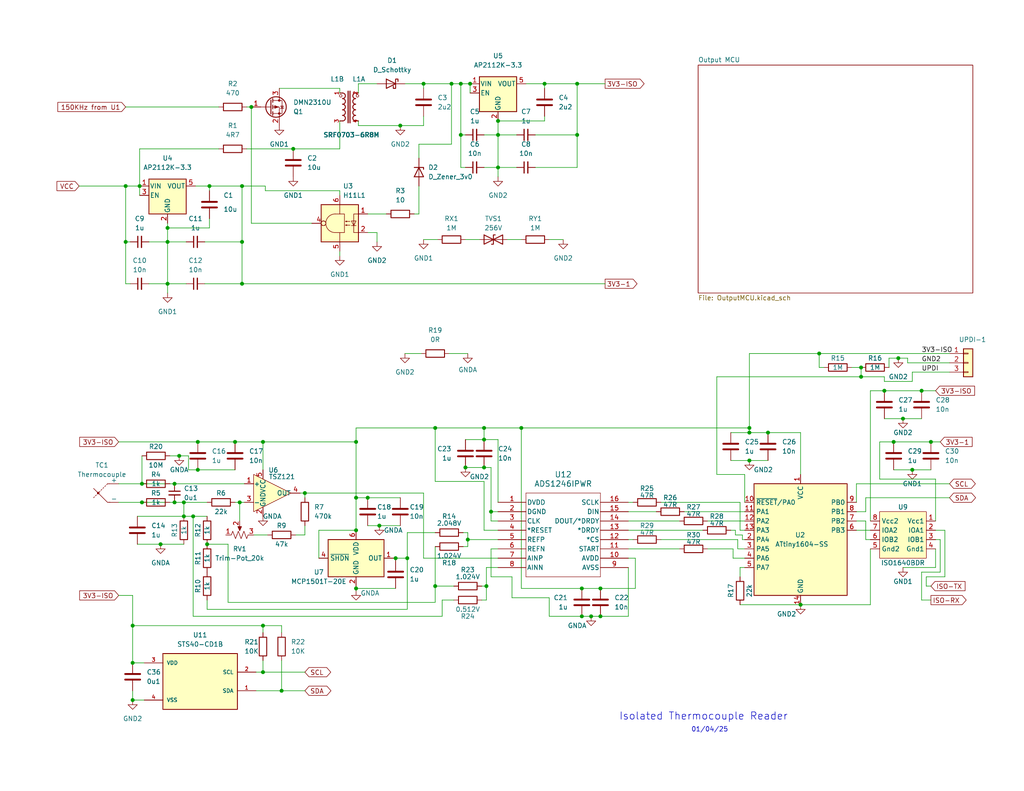
<source format=kicad_sch>
(kicad_sch (version 20250114) (generator "eeschema") (generator_version "9.0")
  (paper "USLetter")
  (text "Isolated Thermocouple Reader" (at 168.91 196.85 0) (effects (font (size 2 2)) (justify left bottom)))
  (text "01/04/25\n" (at 188.595 200.025 0) (effects (font (size 1.27 1.27)) (justify left bottom)))
  (junction (at 97.155 120.65))
  (junction (at 127.635 147.32))
  (junction (at 223.52 96.52))
  (junction (at 47.625 132.08))
  (junction (at 127 127.635))
  (junction (at 158.75 168.275))
  (junction (at 53.975 120.65))
  (junction (at 97.155 135.89))
  (junction (at 103.505 143.51))
  (junction (at 132.08 120.015))
  (junction (at 251.46 106.68))
  (junction (at 218.44 165.1))
  (junction (at 38.1 50.8))
  (junction (at 36.195 170.815))
  (junction (at 132.715 160.02))
  (junction (at 64.135 120.65))
  (junction (at 65.405 137.16))
  (junction (at 142.24 116.84))
  (junction (at 204.47 125.73))
  (junction (at 109.22 34.29))
  (junction (at 241.3 106.68))
  (junction (at 246.38 114.3))
  (junction (at 71.755 120.65))
  (junction (at 157.48 36.83))
  (junction (at 66.04 66.04))
  (junction (at 45.72 62.23))
  (junction (at 245.11 97.79))
  (junction (at 50.165 140.97))
  (junction (at 38.735 132.08))
  (junction (at 111.125 152.4))
  (junction (at 163.83 160.655))
  (junction (at 234.95 100.33))
  (junction (at 118.745 116.84))
  (junction (at 47.625 137.16))
  (junction (at 56.515 148.59))
  (junction (at 71.755 183.515))
  (junction (at 71.755 170.815))
  (junction (at 34.29 50.8))
  (junction (at 68.58 29.21))
  (junction (at 45.72 77.47))
  (junction (at 76.835 188.595))
  (junction (at 53.975 128.27))
  (junction (at 97.155 160.655))
  (junction (at 132.08 127.635))
  (junction (at 125.73 36.83))
  (junction (at 133.985 139.7))
  (junction (at 204.47 118.11))
  (junction (at 36.195 191.135))
  (junction (at 38.735 137.16))
  (junction (at 148.59 22.86))
  (junction (at 123.19 22.86))
  (junction (at 254 120.65))
  (junction (at 204.47 116.84))
  (junction (at 52.705 140.97))
  (junction (at 128.27 22.86))
  (junction (at 248.92 128.27))
  (junction (at 107.95 152.4))
  (junction (at 132.08 116.84))
  (junction (at 50.165 137.16))
  (junction (at 135.89 36.83))
  (junction (at 45.72 66.04))
  (junction (at 125.73 22.86))
  (junction (at 34.29 66.04))
  (junction (at 135.89 45.72))
  (junction (at 158.75 160.655))
  (junction (at 43.815 148.59))
  (junction (at 80.01 40.64))
  (junction (at 209.55 118.11))
  (junction (at 234.95 102.87))
  (junction (at 157.48 22.86))
  (junction (at 83.185 134.62))
  (junction (at 115.57 22.86))
  (junction (at 66.04 50.8))
  (junction (at 243.84 120.65))
  (junction (at 48.895 124.46))
  (junction (at 57.15 50.8))
  (junction (at 135.89 33.02))
  (junction (at 100.33 135.89))
  (junction (at 118.745 160.02))
  (junction (at 163.83 168.275))
  (junction (at 36.195 180.975))
  (junction (at 66.04 77.47))
  (junction (at 97.155 144.78))
  (junction (at 161.29 168.275))
  (wire (pts (xy 135.89 144.78) (xy 132.08 144.78)))
  (wire (pts (xy 100.33 143.51) (xy 103.505 143.51)))
  (wire (pts (xy 180.34 137.16) (xy 201.93 137.16)))
  (wire (pts (xy 135.89 45.72) (xy 135.89 36.83)))
  (wire (pts (xy 236.22 147.32) (xy 237.49 147.32)))
  (wire (pts (xy 200.66 146.05) (xy 200.66 144.78)))
  (wire (pts (xy 157.48 36.83) (xy 157.48 22.86)))
  (wire (pts (xy 233.68 132.08) (xy 233.68 137.16)))
  (wire (pts (xy 111.125 145.415) (xy 118.745 145.415)))
  (wire (pts (xy 193.04 142.24) (xy 203.2 142.24)))
  (wire (pts (xy 241.3 106.68) (xy 251.46 106.68)))
  (wire (pts (xy 157.48 45.72) (xy 157.48 36.83)))
  (wire (pts (xy 132.08 144.78) (xy 132.08 131.445)))
  (wire (pts (xy 92.71 33.02) (xy 92.71 40.64)))
  (wire (pts (xy 163.83 160.655) (xy 173.355 160.655)))
  (wire (pts (xy 107.95 153.035) (xy 107.95 152.4)))
  (wire (pts (xy 218.44 129.54) (xy 218.44 118.11)))
  (wire (pts (xy 66.04 66.04) (xy 66.04 77.47)))
  (wire (pts (xy 223.52 100.33) (xy 223.52 96.52)))
  (wire (pts (xy 122.555 96.52) (xy 127.635 96.52)))
  (wire (pts (xy 171.45 147.32) (xy 172.72 147.32)))
  (wire (pts (xy 57.15 59.69) (xy 57.15 62.23)))
  (wire (pts (xy 127 45.72) (xy 125.73 45.72)))
  (wire (pts (xy 203.2 129.54) (xy 203.2 137.16)))
  (wire (pts (xy 146.05 45.72) (xy 157.48 45.72)))
  (wire (pts (xy 92.71 24.13) (xy 92.71 25.4)))
  (wire (pts (xy 204.47 96.52) (xy 204.47 116.84)))
  (wire (pts (xy 241.3 114.3) (xy 246.38 114.3)))
  (wire (pts (xy 47.625 137.16) (xy 50.165 137.16)))
  (wire (pts (xy 92.71 52.07) (xy 72.39 52.07)))
  (wire (pts (xy 233.68 132.08) (xy 259.08 132.08)))
  (wire (pts (xy 236.22 142.24) (xy 233.68 142.24)))
  (wire (pts (xy 127 36.83) (xy 125.73 36.83)))
  (wire (pts (xy 149.86 163.195) (xy 149.86 168.275)))
  (wire (pts (xy 92.71 68.58) (xy 92.71 69.85)))
  (wire (pts (xy 135.89 154.94) (xy 132.715 154.94)))
  (wire (pts (xy 69.85 188.595) (xy 76.835 188.595)))
  (wire (pts (xy 97.79 33.02) (xy 97.79 34.29)))
  (wire (pts (xy 76.835 188.595) (xy 83.185 188.595)))
  (wire (pts (xy 111.125 145.415) (xy 111.125 152.4)))
  (wire (pts (xy 56.515 140.97) (xy 52.705 140.97)))
  (wire (pts (xy 64.135 120.65) (xy 71.755 120.65)))
  (wire (pts (xy 52.705 140.97) (xy 50.165 140.97)))
  (wire (pts (xy 38.735 124.46) (xy 38.735 132.08)))
  (wire (pts (xy 248.92 128.27) (xy 254 128.27)))
  (wire (pts (xy 109.22 34.29) (xy 115.57 34.29)))
  (wire (pts (xy 240.03 120.65) (xy 243.84 120.65)))
  (wire (pts (xy 65.405 137.16) (xy 66.675 137.16)))
  (wire (pts (xy 34.29 50.8) (xy 38.1 50.8)))
  (wire (pts (xy 200.025 152.4) (xy 203.2 152.4)))
  (wire (pts (xy 132.715 160.02) (xy 131.445 160.02)))
  (wire (pts (xy 204.47 118.11) (xy 209.55 118.11)))
  (wire (pts (xy 114.3 43.18) (xy 114.3 39.37)))
  (wire (pts (xy 201.93 137.16) (xy 201.93 144.78)))
  (wire (pts (xy 107.95 152.4) (xy 111.125 152.4)))
  (wire (pts (xy 139.7 163.195) (xy 149.86 163.195)))
  (wire (pts (xy 32.385 132.08) (xy 38.735 132.08)))
  (wire (pts (xy 118.745 164.465) (xy 118.745 160.02)))
  (wire (pts (xy 118.745 131.445) (xy 118.745 116.84)))
  (wire (pts (xy 46.355 124.46) (xy 48.895 124.46)))
  (wire (pts (xy 114.3 39.37) (xy 123.19 39.37)))
  (wire (pts (xy 171.45 139.7) (xy 179.07 139.7)))
  (wire (pts (xy 45.72 66.04) (xy 45.72 62.23)))
  (wire (pts (xy 21.59 50.8) (xy 34.29 50.8)))
  (wire (pts (xy 38.1 50.8) (xy 38.1 53.34)))
  (wire (pts (xy 47.625 132.08) (xy 66.675 132.08)))
  (wire (pts (xy 32.385 120.65) (xy 53.975 120.65)))
  (wire (pts (xy 45.72 80.01) (xy 45.72 77.47)))
  (wire (pts (xy 55.88 77.47) (xy 66.04 77.47)))
  (wire (pts (xy 247.65 99.06) (xy 247.65 97.79)))
  (wire (pts (xy 132.08 116.84) (xy 132.08 120.015)))
  (wire (pts (xy 34.29 29.21) (xy 59.69 29.21)))
  (wire (pts (xy 71.755 180.34) (xy 71.755 183.515)))
  (wire (pts (xy 201.93 154.94) (xy 201.93 157.48)))
  (wire (pts (xy 195.58 129.54) (xy 203.2 129.54)))
  (wire (pts (xy 62.23 164.465) (xy 118.745 164.465)))
  (wire (pts (xy 36.195 162.56) (xy 36.195 170.815)))
  (wire (pts (xy 148.59 24.13) (xy 148.59 22.86)))
  (wire (pts (xy 36.195 170.815) (xy 36.195 180.975)))
  (wire (pts (xy 148.59 22.86) (xy 157.48 22.86)))
  (wire (pts (xy 69.85 183.515) (xy 71.755 183.515)))
  (wire (pts (xy 111.125 152.4) (xy 111.125 166.37)))
  (wire (pts (xy 37.465 148.59) (xy 43.815 148.59)))
  (wire (pts (xy 66.04 66.04) (xy 66.04 50.8)))
  (wire (pts (xy 40.64 66.04) (xy 45.72 66.04)))
  (wire (pts (xy 193.04 149.86) (xy 200.025 149.86)))
  (wire (pts (xy 53.975 120.65) (xy 64.135 120.65)))
  (wire (pts (xy 171.45 144.78) (xy 191.77 144.78)))
  (wire (pts (xy 199.39 144.78) (xy 200.66 144.78)))
  (wire (pts (xy 248.92 101.6) (xy 248.92 104.14)))
  (wire (pts (xy 201.93 144.78) (xy 203.2 144.78)))
  (wire (pts (xy 36.195 170.815) (xy 71.755 170.815)))
  (wire (pts (xy 237.49 106.68) (xy 237.49 142.24)))
  (wire (pts (xy 132.08 45.72) (xy 135.89 45.72)))
  (wire (pts (xy 118.745 149.225) (xy 118.745 160.02)))
  (wire (pts (xy 125.73 45.72) (xy 125.73 36.83)))
  (wire (pts (xy 232.41 100.33) (xy 234.95 100.33)))
  (wire (pts (xy 201.93 165.1) (xy 218.44 165.1)))
  (wire (pts (xy 237.49 149.86) (xy 237.49 165.1)))
  (wire (pts (xy 67.31 29.21) (xy 68.58 29.21)))
  (wire (pts (xy 83.185 146.05) (xy 83.185 143.51)))
  (wire (pts (xy 97.79 22.86) (xy 102.87 22.86)))
  (wire (pts (xy 37.465 140.97) (xy 50.165 140.97)))
  (wire (pts (xy 34.29 66.04) (xy 35.56 66.04)))
  (wire (pts (xy 143.51 22.86) (xy 148.59 22.86)))
  (wire (pts (xy 51.435 128.27) (xy 51.435 124.46)))
  (wire (pts (xy 123.19 39.37) (xy 123.19 22.86)))
  (wire (pts (xy 34.29 77.47) (xy 34.29 66.04)))
  (wire (pts (xy 135.89 139.7) (xy 133.985 139.7)))
  (wire (pts (xy 125.73 22.86) (xy 128.27 22.86)))
  (wire (pts (xy 224.79 100.33) (xy 223.52 100.33)))
  (wire (pts (xy 173.355 152.4) (xy 173.355 160.655)))
  (wire (pts (xy 133.985 127.635) (xy 132.08 127.635)))
  (wire (pts (xy 57.15 52.07) (xy 57.15 50.8)))
  (wire (pts (xy 255.27 147.32) (xy 256.54 147.32)))
  (wire (pts (xy 242.57 100.33) (xy 242.57 97.79)))
  (wire (pts (xy 142.24 116.84) (xy 142.24 160.655)))
  (wire (pts (xy 128.27 22.86) (xy 128.27 25.4)))
  (wire (pts (xy 97.155 160.655) (xy 107.95 160.655)))
  (wire (pts (xy 123.19 22.86) (xy 125.73 22.86)))
  (wire (pts (xy 180.34 147.32) (xy 201.295 147.32)))
  (wire (pts (xy 135.89 149.86) (xy 133.985 149.86)))
  (wire (pts (xy 115.57 65.405) (xy 119.38 65.405)))
  (wire (pts (xy 97.155 160.02) (xy 97.155 160.655)))
  (wire (pts (xy 97.155 135.89) (xy 100.33 135.89)))
  (wire (pts (xy 76.2 24.13) (xy 92.71 24.13)))
  (wire (pts (xy 252.73 157.48) (xy 257.81 157.48)))
  (wire (pts (xy 234.95 102.87) (xy 195.58 102.87)))
  (wire (pts (xy 65.405 142.24) (xy 65.405 137.16)))
  (wire (pts (xy 127.635 145.415) (xy 127.635 147.32)))
  (wire (pts (xy 115.57 134.62) (xy 115.57 152.4)))
  (wire (pts (xy 68.58 29.21) (xy 68.58 60.96)))
  (wire (pts (xy 100.33 135.89) (xy 109.22 135.89)))
  (wire (pts (xy 97.79 22.86) (xy 97.79 25.4)))
  (wire (pts (xy 39.37 191.135) (xy 36.195 191.135)))
  (wire (pts (xy 56.515 166.37) (xy 111.125 166.37)))
  (wire (pts (xy 36.195 180.975) (xy 39.37 180.975)))
  (wire (pts (xy 254 120.65) (xy 256.54 120.65)))
  (wire (pts (xy 158.75 168.275) (xy 161.29 168.275)))
  (wire (pts (xy 201.93 154.94) (xy 203.2 154.94)))
  (wire (pts (xy 45.085 132.08) (xy 38.735 132.08)))
  (wire (pts (xy 51.435 124.46) (xy 48.895 124.46)))
  (wire (pts (xy 171.45 142.24) (xy 185.42 142.24)))
  (wire (pts (xy 132.715 163.83) (xy 132.715 160.02)))
  (wire (pts (xy 246.38 114.3) (xy 251.46 114.3)))
  (wire (pts (xy 72.39 50.8) (xy 66.04 50.8)))
  (wire (pts (xy 118.745 116.84) (xy 132.08 116.84)))
  (wire (pts (xy 133.985 157.48) (xy 139.7 157.48)))
  (wire (pts (xy 71.755 170.815) (xy 71.755 172.72)))
  (wire (pts (xy 50.165 137.16) (xy 56.515 137.16)))
  (wire (pts (xy 53.975 128.27) (xy 51.435 128.27)))
  (wire (pts (xy 38.1 40.64) (xy 59.69 40.64)))
  (wire (pts (xy 45.72 66.04) (xy 50.8 66.04)))
  (wire (pts (xy 234.95 100.33) (xy 234.95 102.87)))
  (wire (pts (xy 133.985 139.7) (xy 133.985 127.635)))
  (wire (pts (xy 132.08 36.83) (xy 135.89 36.83)))
  (wire (pts (xy 107.315 152.4) (xy 107.95 152.4)))
  (wire (pts (xy 157.48 22.86) (xy 165.1 22.86)))
  (wire (pts (xy 86.995 144.78) (xy 97.155 144.78)))
  (wire (pts (xy 132.08 116.84) (xy 142.24 116.84)))
  (wire (pts (xy 199.39 118.11) (xy 204.47 118.11)))
  (wire (pts (xy 126.365 149.225) (xy 127.635 149.225)))
  (wire (pts (xy 218.44 118.11) (xy 209.55 118.11)))
  (wire (pts (xy 127 120.015) (xy 132.08 120.015)))
  (wire (pts (xy 120.65 163.83) (xy 123.825 163.83)))
  (wire (pts (xy 171.45 149.86) (xy 185.42 149.86)))
  (wire (pts (xy 148.59 31.75) (xy 148.59 33.02)))
  (wire (pts (xy 252.73 160.02) (xy 252.73 157.48)))
  (wire (pts (xy 46.355 132.08) (xy 47.625 132.08)))
  (wire (pts (xy 32.385 162.56) (xy 36.195 162.56)))
  (wire (pts (xy 46.355 137.16) (xy 47.625 137.16)))
  (wire (pts (xy 36.195 191.135) (xy 36.195 188.595)))
  (wire (pts (xy 148.59 33.02) (xy 135.89 33.02)))
  (wire (pts (xy 255.27 142.24) (xy 255.27 130.81)))
  (wire (pts (xy 135.89 36.83) (xy 140.97 36.83)))
  (wire (pts (xy 243.84 120.65) (xy 254 120.65)))
  (wire (pts (xy 257.81 157.48) (xy 257.81 144.78)))
  (wire (pts (xy 202.565 147.32) (xy 203.2 147.32)))
  (wire (pts (xy 40.64 77.47) (xy 45.72 77.47)))
  (wire (pts (xy 135.89 120.015) (xy 135.89 137.16)))
  (wire (pts (xy 255.27 154.94) (xy 255.27 149.86)))
  (wire (pts (xy 237.49 106.68) (xy 241.3 106.68)))
  (wire (pts (xy 149.86 65.405) (xy 153.67 65.405)))
  (wire (pts (xy 223.52 96.52) (xy 259.08 96.52)))
  (wire (pts (xy 131.445 163.83) (xy 132.715 163.83)))
  (wire (pts (xy 71.755 120.65) (xy 97.155 120.65)))
  (wire (pts (xy 83.185 134.62) (xy 115.57 134.62)))
  (wire (pts (xy 45.72 77.47) (xy 45.72 66.04)))
  (wire (pts (xy 126.365 145.415) (xy 127.635 145.415)))
  (wire (pts (xy 199.39 125.73) (xy 204.47 125.73)))
  (wire (pts (xy 171.45 154.94) (xy 171.45 168.275)))
  (wire (pts (xy 233.68 139.7) (xy 236.22 139.7)))
  (wire (pts (xy 202.565 146.05) (xy 200.66 146.05)))
  (wire (pts (xy 135.89 48.26) (xy 135.89 45.72)))
  (wire (pts (xy 236.22 135.89) (xy 236.22 139.7)))
  (wire (pts (xy 236.22 142.24) (xy 236.22 147.32)))
  (wire (pts (xy 171.45 152.4) (xy 173.355 152.4)))
  (wire (pts (xy 92.71 40.64) (xy 80.01 40.64)))
  (wire (pts (xy 247.65 97.79) (xy 245.11 97.79)))
  (wire (pts (xy 242.57 97.79) (xy 245.11 97.79)))
  (wire (pts (xy 66.04 50.8) (xy 57.15 50.8)))
  (wire (pts (xy 76.835 170.815) (xy 76.835 172.72)))
  (wire (pts (xy 92.71 52.07) (xy 92.71 53.34)))
  (wire (pts (xy 127.635 149.225) (xy 127.635 147.32)))
  (wire (pts (xy 52.705 140.97) (xy 52.705 168.275)))
  (wire (pts (xy 110.49 22.86) (xy 115.57 22.86)))
  (wire (pts (xy 71.755 120.65) (xy 71.755 128.27)))
  (wire (pts (xy 110.49 96.52) (xy 114.935 96.52)))
  (wire (pts (xy 34.29 66.04) (xy 34.29 50.8)))
  (wire (pts (xy 100.33 63.5) (xy 102.87 63.5)))
  (wire (pts (xy 103.505 143.51) (xy 109.22 143.51)))
  (wire (pts (xy 43.815 148.59) (xy 50.165 148.59)))
  (wire (pts (xy 132.08 120.015) (xy 135.89 120.015)))
  (wire (pts (xy 102.87 63.5) (xy 102.87 66.04)))
  (wire (pts (xy 118.745 160.02) (xy 123.825 160.02)))
  (wire (pts (xy 163.83 168.275) (xy 171.45 168.275)))
  (wire (pts (xy 248.92 104.14) (xy 241.3 104.14)))
  (wire (pts (xy 45.72 60.96) (xy 45.72 62.23)))
  (wire (pts (xy 62.23 148.59) (xy 62.23 164.465)))
  (wire (pts (xy 83.185 134.62) (xy 81.915 134.62)))
  (wire (pts (xy 243.84 128.27) (xy 248.92 128.27)))
  (wire (pts (xy 127.635 147.32) (xy 135.89 147.32)))
  (wire (pts (xy 255.27 144.78) (xy 257.81 144.78)))
  (wire (pts (xy 38.1 40.64) (xy 38.1 50.8)))
  (wire (pts (xy 142.24 160.655) (xy 158.75 160.655)))
  (wire (pts (xy 80.645 146.05) (xy 83.185 146.05)))
  (wire (pts (xy 76.835 180.34) (xy 76.835 188.595)))
  (wire (pts (xy 186.69 139.7) (xy 203.2 139.7)))
  (wire (pts (xy 259.08 101.6) (xy 248.92 101.6)))
  (wire (pts (xy 71.755 183.515) (xy 83.185 183.515)))
  (wire (pts (xy 133.985 142.24) (xy 133.985 139.7)))
  (wire (pts (xy 86.995 152.4) (xy 86.995 144.78)))
  (wire (pts (xy 53.975 128.27) (xy 64.135 128.27)))
  (wire (pts (xy 135.89 45.72) (xy 140.97 45.72)))
  (wire (pts (xy 57.15 62.23) (xy 45.72 62.23)))
  (wire (pts (xy 203.2 149.86) (xy 201.295 149.86)))
  (wire (pts (xy 114.3 50.8) (xy 114.3 58.42)))
  (wire (pts (xy 149.86 168.275) (xy 158.75 168.275)))
  (wire (pts (xy 146.05 36.83) (xy 157.48 36.83)))
  (wire (pts (xy 241.3 104.14) (xy 241.3 102.87)))
  (wire (pts (xy 64.135 137.16) (xy 65.405 137.16)))
  (wire (pts (xy 71.755 170.815) (xy 76.835 170.815)))
  (wire (pts (xy 97.155 116.84) (xy 118.745 116.84)))
  (wire (pts (xy 139.7 157.48) (xy 139.7 163.195)))
  (wire (pts (xy 254 163.83) (xy 251.46 163.83)))
  (wire (pts (xy 45.72 77.47) (xy 50.8 77.47)))
  (wire (pts (xy 56.515 148.59) (xy 62.23 148.59)))
  (wire (pts (xy 115.57 152.4) (xy 135.89 152.4)))
  (wire (pts (xy 100.33 58.42) (xy 105.41 58.42)))
  (wire (pts (xy 53.34 50.8) (xy 57.15 50.8)))
  (wire (pts (xy 195.58 102.87) (xy 195.58 129.54)))
  (wire (pts (xy 204.47 118.11) (xy 204.47 116.84)))
  (wire (pts (xy 142.24 116.84) (xy 204.47 116.84)))
  (wire (pts (xy 83.185 135.89) (xy 83.185 134.62)))
  (wire (pts (xy 201.295 147.32) (xy 201.295 149.86)))
  (wire (pts (xy 165.1 77.47) (xy 66.04 77.47)))
  (wire (pts (xy 252.73 160.02) (xy 254 160.02)))
  (wire (pts (xy 35.56 77.47) (xy 34.29 77.47)))
  (wire (pts (xy 132.08 131.445) (xy 118.745 131.445)))
  (wire (pts (xy 204.47 125.73) (xy 209.55 125.73)))
  (wire (pts (xy 200.025 152.4) (xy 200.025 149.86)))
  (wire (pts (xy 251.46 156.21) (xy 256.54 156.21)))
  (wire (pts (xy 127 65.405) (xy 130.81 65.405)))
  (wire (pts (xy 127 127.635) (xy 132.08 127.635)))
  (wire (pts (xy 138.43 65.405) (xy 142.24 65.405)))
  (wire (pts (xy 161.29 168.275) (xy 163.83 168.275)))
  (wire (pts (xy 50.165 140.97) (xy 50.165 137.16)))
  (wire (pts (xy 115.57 31.75) (xy 115.57 34.29)))
  (wire (pts (xy 68.58 60.96) (xy 85.09 60.96)))
  (wire (pts (xy 251.46 106.68) (xy 255.27 106.68)))
  (wire (pts (xy 72.39 52.07) (xy 72.39 50.8)))
  (wire (pts (xy 123.19 22.86) (xy 115.57 22.86)))
  (wire (pts (xy 171.45 137.16) (xy 172.72 137.16)))
  (wire (pts (xy 132.715 154.94) (xy 132.715 160.02)))
  (wire (pts (xy 115.57 22.86) (xy 115.57 24.13)))
  (wire (pts (xy 247.65 99.06) (xy 259.08 99.06)))
  (wire (pts (xy 218.44 165.1) (xy 237.49 165.1)))
  (wire (pts (xy 97.155 120.65) (xy 97.155 116.84)))
  (wire (pts (xy 52.705 168.275) (xy 120.65 168.275)))
  (wire (pts (xy 113.03 58.42) (xy 114.3 58.42)))
  (wire (pts (xy 125.73 36.83) (xy 125.73 22.86)))
  (wire (pts (xy 256.54 156.21) (xy 256.54 147.32)))
  (wire (pts (xy 240.03 130.81) (xy 255.27 130.81)))
  (wire (pts (xy 246.38 154.94) (xy 255.27 154.94)))
  (wire (pts (xy 233.68 144.78) (xy 237.49 144.78)))
  (wire (pts (xy 202.565 147.32) (xy 202.565 146.05)))
  (wire (pts (xy 240.03 120.65) (xy 240.03 130.81)))
  (wire (pts (xy 97.155 135.89) (xy 97.155 144.78)))
  (wire (pts (xy 69.215 146.05) (xy 73.025 146.05)))
  (wire (pts (xy 97.155 160.655) (xy 97.155 161.29)))
  (wire (pts (xy 133.985 149.86) (xy 133.985 157.48)))
  (wire (pts (xy 97.155 135.89) (xy 97.155 120.65)))
  (wire (pts (xy 56.515 163.83) (xy 56.515 166.37)))
  (wire (pts (xy 67.31 40.64) (xy 80.01 40.64)))
  (wire (pts (xy 120.65 163.83) (xy 120.65 168.275)))
  (wire (pts (xy 135.89 142.24) (xy 133.985 142.24)))
  (wire (pts (xy 259.08 135.89) (xy 236.22 135.89)))
  (wire (pts (xy 55.88 66.04) (xy 66.04 66.04)))
  (wire (pts (xy 32.385 137.16) (xy 38.735 137.16)))
  (wire (pts (xy 97.79 34.29) (xy 109.22 34.29)))
  (wire (pts (xy 135.89 36.83) (xy 135.89 33.02)))
  (wire (pts (xy 38.735 137.16) (xy 45.085 137.16)))
  (wire (pts (xy 223.52 96.52) (xy 204.47 96.52)))
  (wire (pts (xy 251.46 163.83) (xy 251.46 156.21)))
  (wire (pts (xy 158.75 160.655) (xy 163.83 160.655)))
  (wire (pts (xy 241.3 102.87) (xy 234.95 102.87)))
  (label "GND2" (at 251.46 99.06 0))
  (label "3V3-ISO" (at 251.46 96.52 0))
  (label "UPDI" (at 251.46 101.6 0))
  (global_label "3V3-1" (shape input) (at 256.54 120.65 0) (property "Intersheetrefs" "${INTERSHEET_REFS}" (effects (hide yes))))
  (global_label "SDA" (shape bidirectional) (at 83.185 188.595 0) (property "Intersheetrefs" "${INTERSHEET_REFS}" (effects (hide yes))))
  (global_label "3V3-ISO" (shape output) (at 165.1 22.86 0) (property "Intersheetrefs" "${INTERSHEET_REFS}" (effects (hide yes))))
  (global_label "3V3-ISO" (shape input) (at 32.385 120.65 180) (property "Intersheetrefs" "${INTERSHEET_REFS}" (effects (hide yes))))
  (global_label "SDA" (shape bidirectional) (at 259.08 135.89 0) (property "Intersheetrefs" "${INTERSHEET_REFS}" (effects (hide yes))))
  (global_label "VCC" (shape input) (at 21.59 50.8 180) (property "Intersheetrefs" "${INTERSHEET_REFS}" (effects (hide yes))))
  (global_label "3V3-ISO" (shape input) (at 255.27 106.68 0) (property "Intersheetrefs" "${INTERSHEET_REFS}" (effects (hide yes))))
  (global_label "SCL" (shape bidirectional) (at 259.08 132.08 0) (property "Intersheetrefs" "${INTERSHEET_REFS}" (effects (hide yes))))
  (global_label "3V3-1" (shape output) (at 165.1 77.47 0) (property "Intersheetrefs" "${INTERSHEET_REFS}" (effects (hide yes))))
  (global_label "ISO-TX" (shape input) (at 254 160.02 0) (property "Intersheetrefs" "${INTERSHEET_REFS}" (effects (hide yes))))
  (global_label "150KHz from U1" (shape input) (at 34.29 29.21 180) (property "Intersheetrefs" "${INTERSHEET_REFS}" (effects (hide yes))))
  (global_label "3V3-ISO" (shape input) (at 32.385 162.56 180) (property "Intersheetrefs" "${INTERSHEET_REFS}" (effects (hide yes))))
  (global_label "SCL" (shape bidirectional) (at 83.185 183.515 0) (property "Intersheetrefs" "${INTERSHEET_REFS}" (effects (hide yes))))
  (global_label "ISO-RX" (shape output) (at 254 163.83 0) (property "Intersheetrefs" "${INTERSHEET_REFS}" (effects (hide yes))))
  (symbol (lib_id "power:GND2") (at 36.195 191.135 0) (unit 1)
    (property "Reference" "#PWR0123" (effects (hide yes)))
    (property "Value" "GND2" (at 36.195 196.215 0))
  )
  (symbol (lib_id "Device:R") (at 83.185 139.7 180) (unit 1)
    (property "Reference" "R7" (at 85.725 138.4299 0) (effects (justify right)))
    (property "Value" "470k" (at 85.725 140.9699 0) (effects (justify right)))
    (property "Footprint" "Resistor_SMD:R_0603_1608Metric" (effects (hide yes)))
  )
  (symbol (lib_id "Device:R") (at 228.6 100.33 90) (unit 1)
    (property "Reference" "R15" (at 228.6 97.79 90))
    (property "Value" "1M" (at 228.6 100.33 90))
    (property "Footprint" "Resistor_SMD:R_0603_1608Metric" (effects (hide yes)))
  )
  (symbol (lib_id "Device:R") (at 176.53 137.16 90) (unit 1)
    (property "Reference" "R25" (at 176.53 133.35 90))
    (property "Value" "47R" (at 176.53 135.255 90))
    (property "Footprint" "Resistor_SMD:R_0603_1608Metric" (effects (hide yes)))
  )
  (symbol (lib_id "power:GND2") (at 110.49 96.52 0) (unit 1)
    (property "Reference" "#PWR07" (effects (hide yes)))
    (property "Value" "GND2" (at 110.49 101.6 0))
  )
  (symbol (lib_id "Device:Thermocouple") (at 29.845 134.62 0) (unit 1)
    (property "Reference" "TC1" (at 27.813 127 0))
    (property "Value" "Thermocouple" (at 27.813 129.54 0))
    (property "Footprint" "custom:TypeKSocket" (effects (hide yes)))
  )
  (symbol (lib_id "Device:D_Schottky") (at 106.68 22.86 0) (mirror y) (unit 1)
    (property "Reference" "D1" (at 106.9975 16.51 0))
    (property "Value" "D_Schottky" (at 106.9975 19.05 0))
    (property "Footprint" "Diode_SMD:D_2010_5025Metric_Pad1.52x2.65mm_HandSolder" (effects (hide yes)))
  )
  (symbol (lib_id "Device:C_Small") (at 129.54 36.83 90) (unit 1)
    (property "Reference" "C5" (at 129.5463 30.48 90))
    (property "Value" "1u" (at 129.5463 33.02 90))
    (property "Footprint" "Capacitor_SMD:C_0402_1005Metric" (effects (hide yes)))
  )
  (symbol (lib_id "Device:R") (at 127.635 160.02 90) (unit 1)
    (property "Reference" "R23" (at 127.635 155.575 90))
    (property "Value" "1.024V" (at 127.635 157.48 90))
    (property "Footprint" "Resistor_SMD:R_0402_1005Metric_Pad0.72x0.64mm_HandSolder" (effects (hide yes)))
  )
  (symbol (lib_id "power:GND1") (at 80.01 48.26 0) (unit 1)
    (property "Reference" "#PWR0110" (effects (hide yes)))
    (property "Value" "GND1" (at 80.01 53.34 0))
  )
  (symbol (lib_id "Device:C_Small") (at 129.54 45.72 90) (unit 1)
    (property "Reference" "C6" (at 129.5463 39.37 90))
    (property "Value" "10n" (at 129.5463 41.91 90))
    (property "Footprint" "Capacitor_SMD:C_0402_1005Metric" (effects (hide yes)))
  )
  (symbol (lib_id "power:GND1") (at 76.2 34.29 0) (unit 1)
    (property "Reference" "#PWR0112" (effects (hide yes)))
    (property "Value" "GND1" (at 76.2 39.37 0))
  )
  (symbol (lib_id "power:GNDA") (at 97.155 161.29 0) (unit 1)
    (property "Reference" "#PWR0124" (effects (hide yes)))
    (property "Value" "GNDA" (at 100.965 161.925 0))
  )
  (symbol (lib_id "Device:C") (at 100.33 139.7 0) (unit 1)
    (property "Reference" "C18" (at 102.87 138.4299 0) (effects (justify left)))
    (property "Value" "1u" (at 102.87 140.9699 0) (effects (justify left)))
    (property "Footprint" "Capacitor_SMD:C_0402_1005Metric" (effects (hide yes)))
  )
  (symbol (lib_id "power:GND1") (at 246.38 154.94 0) (unit 1)
    (property "Reference" "#PWR0107" (effects (hide yes)))
    (property "Value" "GND1" (at 246.38 158.75 0))
  )
  (symbol (lib_id "Regulator_Linear:AP2112K-3.3") (at 45.72 53.34 0) (unit 1)
    (property "Reference" "U4" (at 45.72 43.18 0))
    (property "Value" "AP2112K-3.3" (at 45.72 45.72 0))
    (property "Footprint" "Package_TO_SOT_SMD:SOT-23-5" (effects (hide yes)))
    (property "Datasheet" "https://www.diodes.com/assets/Datasheets/AP2112.pdf" (effects (hide yes)))
  )
  (symbol (lib_id "Device:R") (at 122.555 149.225 270) (mirror x) (unit 1)
    (property "Reference" "R18" (at 122.555 153.67 90))
    (property "Value" "1.024V" (at 122.555 151.765 90))
    (property "Footprint" "Resistor_SMD:R_0402_1005Metric_Pad0.72x0.64mm_HandSolder" (effects (hide yes)))
  )
  (symbol (lib_id "Device:C_Small") (at 47.625 134.62 0) (unit 1)
    (property "Reference" "C13" (at 50.165 133.3562 0) (effects (justify left)))
    (property "Value" "0u1" (at 50.165 135.8962 0) (effects (justify left)))
    (property "Footprint" "Capacitor_SMD:C_0402_1005Metric" (effects (hide yes)))
  )
  (symbol (lib_id "Device:C_Small") (at 53.34 66.04 90) (unit 1)
    (property "Reference" "C11" (at 53.3463 59.69 90))
    (property "Value" "1u" (at 53.3463 62.23 90))
    (property "Footprint" "Capacitor_SMD:C_0402_1005Metric" (effects (hide yes)))
  )
  (symbol (lib_id "Device:R") (at 42.545 132.08 90) (unit 1)
    (property "Reference" "R4" (at 42.545 129.54 90))
    (property "Value" "1k" (at 42.545 132.08 90))
    (property "Footprint" "Resistor_SMD:R_0603_1608Metric" (effects (hide yes)))
  )
  (symbol (lib_id "power:GNDA") (at 48.895 124.46 0) (unit 1)
    (property "Reference" "#PWR0120" (effects (hide yes)))
    (property "Value" "GNDA" (at 48.895 128.27 0))
  )
  (symbol (lib_id "Device:C") (at 241.3 110.49 0) (unit 1)
    (property "Reference" "C27" (at 245.11 109.2199 0) (effects (justify left)))
    (property "Value" "1u" (at 245.11 111.7599 0) (effects (justify left)))
    (property "Footprint" "Capacitor_SMD:C_0402_1005Metric" (effects (hide yes)))
  )
  (symbol (lib_id "Transistor_FET:DMG2301L") (at 73.66 29.21 0) (unit 1)
    (property "Reference" "Q1" (at 80.01 30.4801 0) (effects (justify left)))
    (property "Value" "DMN2310U" (at 80.01 27.9401 0) (effects (justify left)))
    (property "Footprint" "Package_TO_SOT_SMD:SOT-23" (effects (hide yes)))
    (property "Datasheet" "https://www.diodes.com/assets/Datasheets/DMG2301L.pdf" (effects (hide yes)))
  )
  (symbol (lib_id "Device:R") (at 50.165 144.78 180) (unit 1)
    (property "Reference" "R13" (at 47.625 144.78 90))
    (property "Value" "1k" (at 50.165 144.78 90))
    (property "Footprint" "Resistor_SMD:R_0603_1608Metric" (effects (hide yes)))
  )
  (symbol (lib_id "power:GND2") (at 135.89 48.26 0) (unit 1)
    (property "Reference" "#PWR0109" (effects (hide yes)))
    (property "Value" "GND2" (at 135.89 53.34 0))
  )
  (symbol (lib_id "power:GND1") (at 248.92 128.27 0) (unit 1)
    (property "Reference" "#PWR04" (effects (hide yes)))
    (property "Value" "GND1" (at 248.92 132.08 0))
  )
  (symbol (lib_id "power:GNDA") (at 71.755 140.97 0) (unit 1)
    (property "Reference" "#PWR0121" (effects (hide yes)))
    (property "Value" "GNDA" (at 74.295 140.97 0))
  )
  (symbol (lib_id "Device:R") (at 60.325 137.16 90) (unit 1)
    (property "Reference" "R6" (at 60.325 134.62 90))
    (property "Value" "22k" (at 60.325 139.7 90))
    (property "Footprint" "Resistor_SMD:R_0603_1608Metric" (effects (hide yes)))
  )
  (symbol (lib_id "power:GND1") (at 92.71 69.85 0) (unit 1)
    (property "Reference" "#PWR0115" (effects (hide yes)))
    (property "Value" "GND1" (at 92.71 74.93 0))
  )
  (symbol (lib_id "Connector_Generic:Conn_01x03") (at 264.16 99.06 0) (unit 1)
    (property "Reference" "J6" (effects (hide yes)))
    (property "Value" "UPDI-1" (at 261.62 92.71 0) (effects (justify left)))
    (property "Footprint" "Connector_PinHeader_2.54mm:PinHeader_1x03_P2.54mm_Vertical" (effects (hide yes)))
  )
  (symbol (lib_id "Device:R") (at 189.23 149.86 90) (unit 1)
    (property "Reference" "R30" (at 189.23 146.05 90))
    (property "Value" "47R" (at 189.23 147.955 90))
    (property "Footprint" "Resistor_SMD:R_0603_1608Metric" (effects (hide yes)))
  )
  (symbol (lib_id "MCU_Microchip_ATtiny:ATtiny1604-SS") (at 218.44 147.32 0) (mirror y) (unit 1)
    (property "Reference" "U2" (at 219.71 146.05 0) (effects (justify left)))
    (property "Value" "ATtiny1604-SS" (at 226.06 148.59 0) (effects (justify left)))
    (property "Footprint" "Package_SO:SOIC-14_3.9x8.7mm_P1.27mm" (effects (hide yes)))
    (property "Datasheet" "http://ww1.microchip.com/downloads/en/DeviceDoc/ATtiny804_1604-Data-Sheet-40002028A.pdf" (effects (hide yes)))
  )
  (symbol (lib_id "Device:C") (at 80.01 44.45 0) (unit 1)
    (property "Reference" "C2" (at 83.82 43.1799 0) (effects (justify left)))
    (property "Value" "10u" (at 83.82 45.7199 0) (effects (justify left)))
    (property "Footprint" "Capacitor_SMD:C_0805_2012Metric_Pad1.18x1.45mm_HandSolder" (effects (hide yes)))
  )
  (symbol (lib_id "Device:C") (at 148.59 27.94 0) (unit 1)
    (property "Reference" "C4" (at 152.4 26.6699 0) (effects (justify left)))
    (property "Value" "2u2" (at 152.4 29.2099 0) (effects (justify left)))
    (property "Footprint" "Capacitor_SMD:C_0603_1608Metric" (effects (hide yes)))
  )
  (symbol (lib_id "Device:C_Small") (at 38.1 66.04 90) (unit 1)
    (property "Reference" "C9" (at 38.1063 59.69 90))
    (property "Value" "1u" (at 38.1063 62.23 90))
    (property "Footprint" "Capacitor_SMD:C_0402_1005Metric" (effects (hide yes)))
  )
  (symbol (lib_id "Device:C") (at 107.95 156.845 0) (unit 1)
    (property "Reference" "C20" (at 111.76 155.5749 0) (effects (justify left)))
    (property "Value" "1u" (at 111.76 158.1149 0) (effects (justify left)))
    (property "Footprint" "Capacitor_SMD:C_0402_1005Metric" (effects (hide yes)))
  )
  (symbol (lib_id "Device:C") (at 36.195 184.785 0) (unit 1)
    (property "Reference" "C36" (at 40.005 183.515 0) (effects (justify left)))
    (property "Value" "0u1" (at 40.005 186.055 0) (effects (justify left)))
    (property "Footprint" "Capacitor_SMD:C_0402_1005Metric" (effects (hide yes)))
  )
  (symbol (lib_id "Device:R_Potentiometer_US") (at 65.405 146.05 90) (unit 1)
    (property "Reference" "RV1" (at 65.405 149.86 90))
    (property "Value" "Trim-Pot_20k" (at 65.405 152.4 90))
    (property "Footprint" "custom:TRIM_TC33X-2-203E" (effects (hide yes)))
  )
  (symbol (lib_id "Device:C_Small") (at 143.51 45.72 90) (unit 1)
    (property "Reference" "C8" (at 143.5163 39.37 90))
    (property "Value" "10n" (at 143.5163 41.91 90))
    (property "Footprint" "Capacitor_SMD:C_0402_1005Metric" (effects (hide yes)))
  )
  (symbol (lib_id "Device:R") (at 176.53 147.32 90) (unit 1)
    (property "Reference" "R29" (at 176.53 143.51 90))
    (property "Value" "47R" (at 176.53 145.415 90))
    (property "Footprint" "Resistor_SMD:R_0603_1608Metric" (effects (hide yes)))
  )
  (symbol (lib_id "STS4x Temperature Sensors:STS4X") (at 54.61 186.055 0) (mirror y) (unit 1)
    (property "Reference" "U11" (at 54.61 173.355 0))
    (property "Value" "STS40-CD1B" (at 54.61 175.895 0))
    (property "Footprint" "custom:STS4X" (effects (hide yes)))
  )
  (symbol (lib_id "Device:R") (at 201.93 161.29 180) (unit 1)
    (property "Reference" "R17" (at 199.39 161.29 90))
    (property "Value" "22k" (at 204.47 161.29 90))
    (property "Footprint" "Resistor_SMD:R_0603_1608Metric" (effects (hide yes)))
  )
  (symbol (lib_id "power:GND2") (at 153.67 65.405 0) (unit 1)
    (property "Reference" "#PWR0118" (effects (hide yes)))
    (property "Value" "GND2" (at 153.67 70.485 0))
  )
  (symbol (lib_id "Device:C_Small") (at 143.51 36.83 90) (unit 1)
    (property "Reference" "C7" (at 143.5163 30.48 90))
    (property "Value" "1u" (at 143.5163 33.02 90))
    (property "Footprint" "Capacitor_SMD:C_0402_1005Metric" (effects (hide yes)))
  )
  (symbol (lib_id "power:GND2") (at 102.87 66.04 0) (unit 1)
    (property "Reference" "#PWR0114" (effects (hide yes)))
    (property "Value" "GND2" (at 102.87 71.12 0))
  )
  (symbol (lib_id "Reference_Voltage:MCP1501-10xCH") (at 97.155 152.4 0) (unit 1)
    (property "Reference" "U7" (at 86.995 156.21 0))
    (property "Value" "MCP1501T-20E" (at 86.995 158.75 0))
    (property "Footprint" "Package_TO_SOT_SMD:SOT-23-6" (effects (hide yes)))
    (property "Datasheet" "http://ww1.microchip.com/downloads/en/DeviceDoc/20005474E.pdf" (effects (hide yes)))
  )
  (symbol (lib_id "Device:R") (at 123.19 65.405 90) (unit 1)
    (property "Reference" "RX1" (at 123.19 59.69 90))
    (property "Value" "1M" (at 123.19 62.23 90))
    (property "Footprint" "Resistor_SMD:R_0603_1608Metric" (effects (hide yes)))
  )
  (symbol (lib_id "Device:C_Small") (at 53.34 77.47 90) (unit 1)
    (property "Reference" "C12" (at 53.3463 71.12 90))
    (property "Value" "10n" (at 53.3463 73.66 90))
    (property "Footprint" "Capacitor_SMD:C_0402_1005Metric" (effects (hide yes)))
  )
  (symbol (lib_id "Device:R") (at 118.745 96.52 270) (unit 1)
    (property "Reference" "R19" (at 118.745 90.17 90))
    (property "Value" "0R" (at 118.745 92.71 90))
    (property "Footprint" "Resistor_SMD:R_1206_3216Metric_Pad1.30x1.75mm_HandSolder" (effects (hide yes)))
  )
  (symbol (lib_id "Device:C") (at 132.08 123.825 0) (unit 1)
    (property "Reference" "C24" (at 135.89 122.5549 0) (effects (justify left)))
    (property "Value" "10n" (at 135.89 125.0949 0) (effects (justify left)))
    (property "Footprint" "Capacitor_SMD:C_0402_1005Metric" (effects (hide yes)))
  )
  (symbol (lib_id "power:GND1") (at 115.57 65.405 0) (unit 1)
    (property "Reference" "#PWR0113" (effects (hide yes)))
    (property "Value" "GND1" (at 115.57 70.485 0))
  )
  (symbol (lib_id "Device:C") (at 209.55 121.92 0) (unit 1)
    (property "Reference" "C26" (at 213.36 120.6499 0) (effects (justify left)))
    (property "Value" "10n" (at 213.36 123.1899 0) (effects (justify left)))
    (property "Footprint" "Capacitor_SMD:C_0402_1005Metric" (effects (hide yes)))
  )
  (symbol (lib_id "power:GND2") (at 246.38 114.3 0) (unit 1)
    (property "Reference" "#PWR0103" (effects (hide yes)))
    (property "Value" "GND2" (at 246.38 118.11 0))
  )
  (symbol (lib_id "Device:R") (at 63.5 29.21 90) (unit 1)
    (property "Reference" "R2" (at 63.5 22.86 90))
    (property "Value" "470" (at 63.5 25.4 90))
    (property "Footprint" "Resistor_SMD:R_0402_1005Metric" (effects (hide yes)))
  )
  (symbol (lib_id "Device:R") (at 76.835 146.05 90) (unit 1)
    (property "Reference" "R9" (at 76.835 143.51 90))
    (property "Value" "47k" (at 76.835 148.59 90))
    (property "Footprint" "Resistor_SMD:R_0603_1608Metric" (effects (hide yes)))
  )
  (symbol (lib_id "power:GND2") (at 127 127.635 0) (unit 1)
    (property "Reference" "#PWR0101" (effects (hide yes)))
    (property "Value" "GND2" (at 130.81 130.175 0))
  )
  (symbol (lib_id "Device:C") (at 158.75 164.465 0) (mirror y) (unit 1)
    (property "Reference" "C21" (at 154.94 163.1949 0) (effects (justify left)))
    (property "Value" "1u" (at 154.94 165.7349 0) (effects (justify left)))
    (property "Footprint" "Capacitor_SMD:C_0402_1005Metric" (effects (hide yes)))
  )
  (symbol (lib_id "Device:D_TVS") (at 134.62 65.405 0) (unit 1)
    (property "Reference" "TVS1" (at 134.62 59.69 0))
    (property "Value" "256V" (at 134.62 62.23 0))
    (property "Footprint" "custom:DO-214AA" (effects (hide yes)))
  )
  (symbol (lib_id "Device:R") (at 56.515 144.78 180) (unit 1)
    (property "Reference" "R12" (at 53.975 144.78 90))
    (property "Value" "1k" (at 56.515 144.78 90))
    (property "Footprint" "Resistor_SMD:R_0603_1608Metric" (effects (hide yes)))
  )
  (symbol (lib_id "Device:R") (at 42.545 137.16 90) (unit 1)
    (property "Reference" "R5" (at 42.545 134.62 90))
    (property "Value" "1k" (at 42.545 137.16 90))
    (property "Footprint" "Resistor_SMD:R_0603_1608Metric" (effects (hide yes)))
  )
  (symbol (lib_id "Device:R") (at 42.545 124.46 90) (unit 1)
    (property "Reference" "R20" (at 42.545 121.92 90))
    (property "Value" "10M" (at 42.545 127 90))
    (property "Footprint" "Resistor_SMD:R_0402_1005Metric" (effects (hide yes)))
  )
  (symbol (lib_id "Custom_parts:TSZ121ICT") (at 74.295 134.62 0) (unit 1)
    (property "Reference" "U6" (at 74.5841 127.635 0) (effects (justify top)))
    (property "Value" "TSZ121" (at 73.3141 130.175 0) (effects (justify left)))
    (property "Footprint" "Package_TO_SOT_SMD:SOT-353_SC-70-5" (effects (hide yes)))
    (property "Datasheet" "https://www.st.com/content/ccc/resource/technical/document/datasheet/9d/1c/c1/8f/72/a2/48/95/DM00062815.pdf/files/DM00062815.pdf/jcr:content/translations/en.DM00062815.pdf" (effects (hide yes)))
  )
  (symbol (lib_id "Device:C") (at 37.465 144.78 0) (unit 1)
    (property "Reference" "C14" (at 41.275 143.5099 0) (effects (justify left)))
    (property "Value" "1u" (at 41.275 146.0499 0) (effects (justify left)))
    (property "Footprint" "Capacitor_SMD:C_0402_1005Metric" (effects (hide yes)))
  )
  (symbol (lib_id "Device:R") (at 146.05 65.405 90) (unit 1)
    (property "Reference" "RY1" (at 146.05 59.69 90))
    (property "Value" "1M" (at 146.05 62.23 90))
    (property "Footprint" "Resistor_SMD:R_0603_1608Metric" (effects (hide yes)))
  )
  (symbol (lib_id "power:GND2") (at 218.44 165.1 0) (unit 1)
    (property "Reference" "#PWR0104" (effects (hide yes)))
    (property "Value" "GND2" (at 214.63 167.64 0))
  )
  (symbol (lib_id "power:GND1") (at 45.72 80.01 0) (unit 1)
    (property "Reference" "#PWR0116" (effects (hide yes)))
    (property "Value" "GND1" (at 45.72 85.09 0))
  )
  (symbol (lib_id "Device:C") (at 199.39 121.92 0) (unit 1)
    (property "Reference" "C25" (at 203.2 120.6499 0) (effects (justify left)))
    (property "Value" "1u" (at 203.2 123.1899 0) (effects (justify left)))
    (property "Footprint" "Capacitor_SMD:C_0402_1005Metric" (effects (hide yes)))
  )
  (symbol (lib_id "power:GNDA") (at 103.505 143.51 0) (unit 1)
    (property "Reference" "#PWR06" (effects (hide yes)))
    (property "Value" "GNDA" (at 107.315 144.78 0))
  )
  (symbol (lib_id "Device:R") (at 109.22 58.42 90) (unit 1)
    (property "Reference" "R3" (at 109.22 52.07 90))
    (property "Value" "10" (at 109.22 54.61 90))
    (property "Footprint" "Resistor_SMD:R_1206_3216Metric" (effects (hide yes)))
  )
  (symbol (lib_id "power:GNDA") (at 127.635 96.52 0) (unit 1)
    (property "Reference" "#PWR08" (effects (hide yes)))
    (property "Value" "GNDA" (at 127.635 100.965 0))
  )
  (symbol (lib_id "Device:C") (at 251.46 110.49 0) (unit 1)
    (property "Reference" "C28" (at 255.27 109.2199 0) (effects (justify left)))
    (property "Value" "10n" (at 255.27 111.7599 0) (effects (justify left)))
    (property "Footprint" "Capacitor_SMD:C_0402_1005Metric" (effects (hide yes)))
  )
  (symbol (lib_id "Device:C") (at 115.57 27.94 0) (unit 1)
    (property "Reference" "C3" (at 119.38 26.6699 0) (effects (justify left)))
    (property "Value" "2u2" (at 119.38 29.2099 0) (effects (justify left)))
    (property "Footprint" "Capacitor_SMD:C_0603_1608Metric" (effects (hide yes)))
  )
  (symbol (lib_id "power:GNDA") (at 161.29 168.275 0) (unit 1)
    (property "Reference" "#PWR05" (effects (hide yes)))
    (property "Value" "GNDA" (at 157.48 170.815 0))
  )
  (symbol (lib_id "power:GND2") (at 245.11 97.79 0) (unit 1)
    (property "Reference" "#PWR0102" (effects (hide yes)))
    (property "Value" "GND2" (at 245.11 102.87 0))
  )
  (symbol (lib_id "Device:R") (at 195.58 144.78 90) (unit 1)
    (property "Reference" "R28" (at 195.58 140.97 90))
    (property "Value" "47R" (at 195.58 142.875 90))
    (property "Footprint" "Resistor_SMD:R_0603_1608Metric" (effects (hide yes)))
  )
  (symbol (lib_id "Device:C") (at 109.22 139.7 0) (unit 1)
    (property "Reference" "C19" (at 111.76 138.4299 0) (effects (justify left)))
    (property "Value" "10n" (at 111.76 140.9699 0) (effects (justify left)))
    (property "Footprint" "Capacitor_SMD:C_0402_1005Metric" (effects (hide yes)))
  )
  (symbol (lib_id "Device:R") (at 122.555 145.415 90) (unit 1)
    (property "Reference" "R14" (at 122.555 140.97 90))
    (property "Value" "2.048V" (at 122.555 142.875 90))
    (property "Footprint" "Resistor_SMD:R_0402_1005Metric_Pad0.72x0.64mm_HandSolder" (effects (hide yes)))
  )
  (symbol (lib_id "Device:C") (at 53.975 124.46 0) (unit 1)
    (property "Reference" "C16" (at 57.785 123.1899 0) (effects (justify left)))
    (property "Value" "1u" (at 57.785 125.7299 0) (effects (justify left)))
    (property "Footprint" "Capacitor_SMD:C_0402_1005Metric" (effects (hide yes)))
  )
  (symbol (lib_id "Device:C") (at 254 124.46 0) (unit 1)
    (property "Reference" "C30" (at 257.81 123.1899 0) (effects (justify left)))
    (property "Value" "10n" (at 257.81 125.7299 0) (effects (justify left)))
    (property "Footprint" "Capacitor_SMD:C_0402_1005Metric" (effects (hide yes)))
  )
  (symbol (lib_id "Device:C") (at 243.84 124.46 0) (unit 1)
    (property "Reference" "C29" (at 247.65 123.1899 0) (effects (justify left)))
    (property "Value" "1u" (at 247.65 125.7299 0) (effects (justify left)))
    (property "Footprint" "Capacitor_SMD:C_0402_1005Metric" (effects (hide yes)))
  )
  (symbol (lib_id "Device:R") (at 56.515 160.02 180) (unit 1)
    (property "Reference" "R10" (at 53.975 160.02 90))
    (property "Value" "1k" (at 56.515 160.02 90))
    (property "Footprint" "Resistor_SMD:R_0603_1608Metric" (effects (hide yes)))
  )
  (symbol (lib_id "Device:R") (at 189.23 142.24 90) (unit 1)
    (property "Reference" "R27" (at 189.23 138.43 90))
    (property "Value" "47R" (at 189.23 140.335 90))
    (property "Footprint" "Resistor_SMD:R_0603_1608Metric" (effects (hide yes)))
  )
  (symbol (lib_id "Device:R") (at 238.76 100.33 90) (unit 1)
    (property "Reference" "R16" (at 238.76 97.79 90))
    (property "Value" "1M" (at 238.76 100.33 90))
    (property "Footprint" "Resistor_SMD:R_0603_1608Metric" (effects (hide yes)))
  )
  (symbol (lib_id "Device:R") (at 63.5 40.64 90) (unit 1)
    (property "Reference" "R1" (at 63.5 34.29 90))
    (property "Value" "4R7" (at 63.5 36.83 90))
    (property "Footprint" "Resistor_SMD:R_2512_6332Metric" (effects (hide yes)))
  )
  (symbol (lib_id "Device:R") (at 56.515 152.4 180) (unit 1)
    (property "Reference" "R11" (at 53.975 152.4 90))
    (property "Value" "1k" (at 56.515 152.4 90))
    (property "Footprint" "Resistor_SMD:R_0603_1608Metric" (effects (hide yes)))
  )
  (symbol (lib_id "power:GND2") (at 109.22 34.29 0) (unit 1)
    (property "Reference" "#PWR0111" (effects (hide yes)))
    (property "Value" "GND2" (at 109.22 39.37 0))
  )
  (symbol (lib_id "Regulator_Linear:AP2112K-3.3") (at 135.89 25.4 0) (unit 1)
    (property "Reference" "U5" (at 135.89 15.24 0))
    (property "Value" "AP2112K-3.3" (at 135.89 17.78 0))
    (property "Footprint" "Package_TO_SOT_SMD:SOT-23-5" (effects (hide yes)))
    (property "Datasheet" "https://www.diodes.com/assets/Datasheets/AP2112.pdf" (effects (hide yes)))
  )
  (symbol (lib_id "SRF0703-220M:SRF0703-220M") (at 95.25 29.21 0) (unit 2)
    (property "Reference" "L1" (at 90.17 21.59 0) (effects (justify left)))
    (property "Value" "SRF0703-6R8M" (at 88.265 36.83 0) (effects (justify left)))
    (property "Footprint" "custom:0703" (effects (hide yes)))
    (property "Description" "\n                        \n                            Shielded 2 Coil Inductor Array 88 µH Inductance - Connected in Series 22 µH Inductance - Connected in Parallel 150mOhm Max DC Resistance (DCR) - Parallel 1.62 A Nonstandard\n                        \n" (effects (hide yes)))
    (property "MF" "Bourns" (effects (hide yes)))
    (property "Package" "Nonstandard Bourns" (effects (hide yes)))
    (property "MPN" "SRF0703-220M" (effects (hide yes)))
    (property "Price" "None" (effects (hide yes)))
    (property "VALUE" "22uH" (effects (hide yes)))
    (property "SnapEDA_Link" "https://www.snapeda.com/parts/SRF0703-220M/Bourns/view-part/?ref=snap" (effects (hide yes)))
    (property "MP" "SRF0703-220M" (effects (hide yes)))
    (property "Availability" "In Stock" (effects (hide yes)))
    (property "Check_prices" "https://www.snapeda.com/parts/SRF0703-220M/Bourns/view-part/?ref=eda" (effects (hide yes)))
  )
  (symbol (lib_id "Device:R") (at 182.88 139.7 90) (unit 1)
    (property "Reference" "R26" (at 182.88 135.89 90))
    (property "Value" "47R" (at 182.88 137.795 90))
    (property "Footprint" "Resistor_SMD:R_0603_1608Metric" (effects (hide yes)))
  )
  (symbol (lib_id "Device:D_Zener") (at 114.3 46.99 270) (unit 1)
    (property "Reference" "D2" (at 116.84 45.7199 90) (effects (justify left)))
    (property "Value" "D_Zener_3v0" (at 116.84 48.2599 90) (effects (justify left)))
    (property "Footprint" "Diode_SMD:D_SOD-123" (effects (hide yes)))
  )
  (symbol (lib_id "SRF0703-220M:SRF0703-220M") (at 95.25 29.21 0) (mirror y) (unit 1)
    (property "Reference" "L1" (at 99.695 21.59 0) (effects (justify left)))
    (property "Value" "SRF0703-6R8M" (at 103.505 36.83 0) (effects (justify left)))
    (property "Footprint" "custom:0703" (effects (hide yes)))
    (property "Description" "\n                        \n                            Shielded 2 Coil Inductor Array 88 µH Inductance - Connected in Series 22 µH Inductance - Connected in Parallel 150mOhm Max DC Resistance (DCR) - Parallel 1.62 A Nonstandard\n                        \n" (effects (hide yes)))
    (property "MF" "Bourns" (effects (hide yes)))
    (property "Package" "Nonstandard Bourns" (effects (hide yes)))
    (property "MPN" "SRF0703-220M" (effects (hide yes)))
    (property "Price" "None" (effects (hide yes)))
    (property "VALUE" "22uH" (effects (hide yes)))
    (property "SnapEDA_Link" "https://www.snapeda.com/parts/SRF0703-220M/Bourns/view-part/?ref=snap" (effects (hide yes)))
    (property "MP" "SRF0703-220M" (effects (hide yes)))
    (property "Availability" "In Stock" (effects (hide yes)))
    (property "Check_prices" "https://www.snapeda.com/parts/SRF0703-220M/Bourns/view-part/?ref=eda" (effects (hide yes)))
  )
  (symbol (lib_id "Isolator:H11L1") (at 92.71 60.96 0) (mirror y) (unit 1)
    (property "Reference" "U3" (at 93.5989 50.8 0) (effects (justify right)))
    (property "Value" "H11L1" (at 93.5989 53.34 0) (effects (justify right)))
    (property "Footprint" "custom:H11L1-4" (effects (hide yes)))
    (property "Datasheet" "https://www.onsemi.com/pub/Collateral/H11L3M-D.PDF" (effects (hide yes)))
  )
  (symbol (lib_id "Device:C") (at 127 123.825 0) (mirror y) (unit 1)
    (property "Reference" "C23" (at 123.19 122.5549 0) (effects (justify left)))
    (property "Value" "1u" (at 123.19 125.0949 0) (effects (justify left)))
    (property "Footprint" "Capacitor_SMD:C_0402_1005Metric" (effects (hide yes)))
  )
  (symbol (lib_id "power:GNDA") (at 43.815 148.59 0) (unit 1)
    (property "Reference" "#PWR0108" (effects (hide yes)))
    (property "Value" "GNDA" (at 43.815 153.67 0))
  )
  (symbol (lib_id "Analog_ADC:ADS1246IPWR") (at 115.57 137.16 0) (unit 1)
    (property "Reference" "U12" (at 153.67 129.54 0) (effects (font (size 1.524 1.524))))
    (property "Value" "ADS1246IPWR" (at 153.67 132.08 0) (effects (font (size 1.524 1.524))))
    (property "Footprint" "Package_SO:PW16" (effects (hide yes)))
    (property "Datasheet" "ADS1246IPWR" (effects (hide yes)))
  )
  (symbol (lib_id "Device:C") (at 64.135 124.46 0) (unit 1)
    (property "Reference" "C17" (at 67.945 123.1899 0) (effects (justify left)))
    (property "Value" "10n" (at 67.945 125.7299 0) (effects (justify left)))
    (property "Footprint" "Capacitor_SMD:C_0402_1005Metric" (effects (hide yes)))
  )
  (symbol (lib_id "Device:C") (at 57.15 55.88 0) (unit 1)
    (property "Reference" "C1" (at 60.96 53.3399 0) (effects (justify left)))
    (property "Value" "10u" (at 60.96 57.1499 0) (effects (justify left)))
    (property "Footprint" "Capacitor_SMD:C_0805_2012Metric_Pad1.18x1.45mm_HandSolder" (effects (hide yes)))
  )
  (symbol (lib_id "Device:C_Small") (at 38.1 77.47 90) (unit 1)
    (property "Reference" "C10" (at 38.1063 71.12 90))
    (property "Value" "10n" (at 38.1063 73.66 90))
    (property "Footprint" "Capacitor_SMD:C_0402_1005Metric" (effects (hide yes)))
  )
  (symbol (lib_id "Custom_parts:ISO6721RB") (at 246.38 146.05 0) (mirror y) (unit 1)
    (property "Reference" "U9" (at 246.38 138.43 0))
    (property "Value" "ISO1640BDR" (at 246.38 153.67 0))
    (property "Footprint" "Package_SO:SOIC-8_3.9x4.9mm_P1.27mm" (effects (hide yes)))
  )
  (symbol (lib_id "Device:R") (at 76.835 176.53 0) (unit 1)
    (property "Reference" "R22" (at 79.375 175.26 0) (effects (justify left)))
    (property "Value" "10K" (at 79.375 177.8 0) (effects (justify left)))
    (property "Footprint" "Resistor_SMD:R_0603_1608Metric" (effects (hide yes)))
  )
  (symbol (lib_id "Device:R") (at 127.635 163.83 90) (mirror x) (unit 1)
    (property "Reference" "R24" (at 127.635 168.275 90))
    (property "Value" "0.512V" (at 127.635 166.37 90))
    (property "Footprint" "Resistor_SMD:R_0402_1005Metric_Pad0.72x0.64mm_HandSolder" (effects (hide yes)))
  )
  (symbol (lib_id "Device:C") (at 163.83 164.465 0) (unit 1)
    (property "Reference" "C22" (at 167.64 163.1949 0) (effects (justify left)))
    (property "Value" "10n" (at 167.64 165.7349 0) (effects (justify left)))
    (property "Footprint" "Capacitor_SMD:C_0402_1005Metric" (effects (hide yes)))
  )
  (symbol (lib_id "power:GND2") (at 204.47 125.73 0) (unit 1)
    (property "Reference" "#PWR0106" (effects (hide yes)))
    (property "Value" "GND2" (at 208.28 128.27 0))
  )
  (symbol (lib_id "Device:R") (at 71.755 176.53 0) (unit 1)
    (property "Reference" "R21" (at 66.675 175.26 0) (effects (justify left)))
    (property "Value" "10K" (at 66.675 177.8 0) (effects (justify left)))
    (property "Footprint" "Resistor_SMD:R_0603_1608Metric" (effects (hide yes)))
  )
  (sheet (at 190.5 17.78) (size 74.93 62.23) (stroke (width 0.1524))
    (property "Sheetname" "Output MCU" (at 190.5 17.0684 0) (effects (justify left bottom)))
    (property "Sheetfile" "OutputMCU.kicad_sch" (at 190.5 80.5946 0) (effects (justify left top)))
  )
)
</source>
